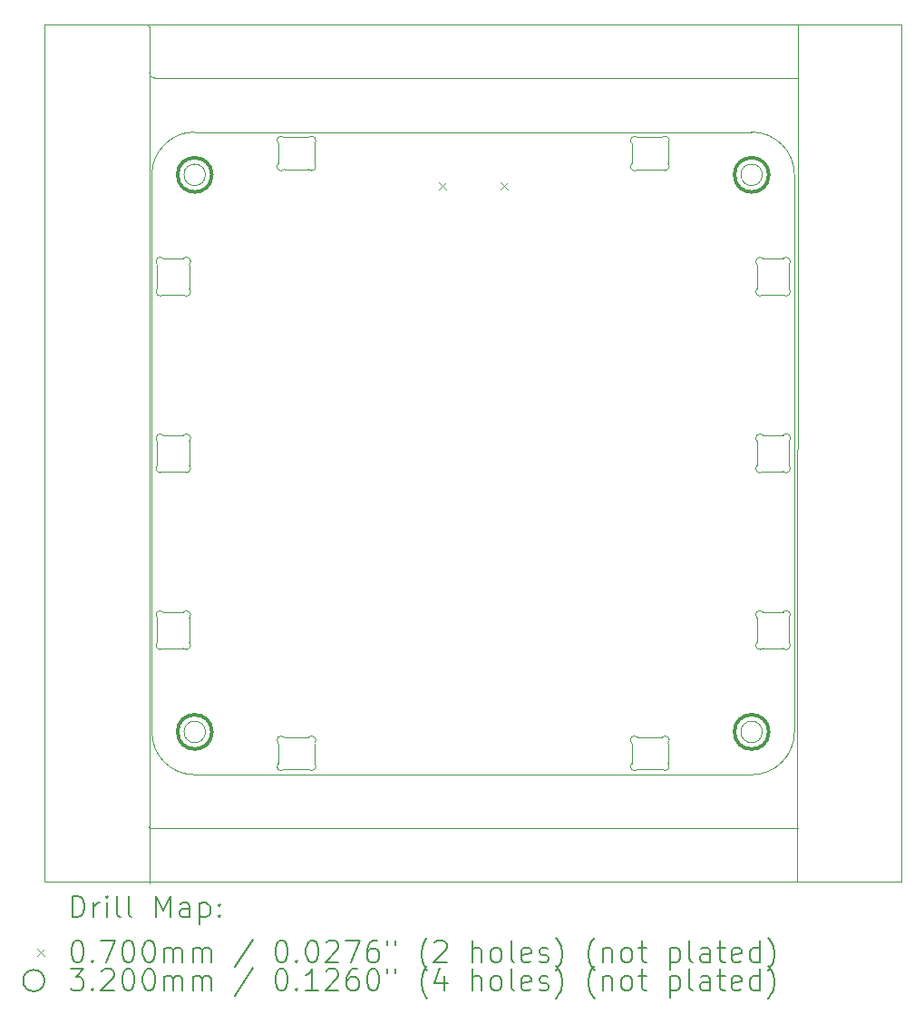
<source format=gbr>
%TF.GenerationSoftware,KiCad,Pcbnew,8.0.7*%
%TF.CreationDate,2025-03-27T17:00:37+01:00*%
%TF.ProjectId,7-REV1B,372d5245-5631-4422-9e6b-696361645f70,rev?*%
%TF.SameCoordinates,Original*%
%TF.FileFunction,Drillmap*%
%TF.FilePolarity,Positive*%
%FSLAX45Y45*%
G04 Gerber Fmt 4.5, Leading zero omitted, Abs format (unit mm)*
G04 Created by KiCad (PCBNEW 8.0.7) date 2025-03-27 17:00:37*
%MOMM*%
%LPD*%
G01*
G04 APERTURE LIST*
%ADD10C,0.050000*%
%ADD11C,0.120000*%
%ADD12C,0.200000*%
%ADD13C,0.100000*%
%ADD14C,0.320000*%
G04 APERTURE END LIST*
D10*
X10390000Y-12010000D02*
G75*
G02*
X9990000Y-11610000I0J400000D01*
G01*
X15690000Y-11610000D02*
G75*
G02*
X15490000Y-11610000I-100000J0D01*
G01*
X15490000Y-11610000D02*
G75*
G02*
X15690000Y-11610000I100000J0D01*
G01*
X10490000Y-6410000D02*
G75*
G02*
X10290000Y-6410000I-100000J0D01*
G01*
X10290000Y-6410000D02*
G75*
G02*
X10490000Y-6410000I100000J0D01*
G01*
X10490000Y-11610000D02*
G75*
G02*
X10290000Y-11610000I-100000J0D01*
G01*
X10290000Y-11610000D02*
G75*
G02*
X10490000Y-11610000I100000J0D01*
G01*
X15990000Y-11610000D02*
G75*
G02*
X15590000Y-12010000I-400000J0D01*
G01*
X10390000Y-12010000D02*
X15590000Y-12010000D01*
X15690000Y-6410000D02*
G75*
G02*
X15490000Y-6410000I-100000J0D01*
G01*
X15490000Y-6410000D02*
G75*
G02*
X15690000Y-6410000I100000J0D01*
G01*
X9965000Y-5025000D02*
X9965000Y-13025000D01*
X16990000Y-6410000D02*
X16990000Y-11610000D01*
X8990000Y-5010000D02*
X16990000Y-5010000D01*
X10015000Y-5505000D02*
X16015000Y-5510000D01*
X16990000Y-5010000D02*
X16990000Y-6410000D01*
X16990000Y-11610000D02*
X16990000Y-13010000D01*
X8990000Y-13010000D02*
X16990000Y-13010000D01*
X16020000Y-5010000D02*
X16015000Y-13010000D01*
X9986708Y-12510657D02*
X16025000Y-12510657D01*
X8990000Y-5010000D02*
X8990000Y-6410000D01*
X8990000Y-6410000D02*
X8990000Y-11610000D01*
X8990000Y-11610000D02*
X8990000Y-13010000D01*
X9990000Y-6410000D02*
X9990000Y-11610000D01*
X9965000Y-5025807D02*
G75*
G02*
X9967498Y-5010008I0J8097D01*
G01*
X9986708Y-12510657D02*
G75*
G02*
X9965000Y-12497240I-6708J13417D01*
G01*
X10015000Y-5505000D02*
G75*
G02*
X9965088Y-5456632I-2410J47450D01*
G01*
X15990000Y-11610000D02*
X15990000Y-6410000D01*
X15590000Y-6010000D02*
G75*
G02*
X15990000Y-6410000I0J-400000D01*
G01*
X9990000Y-6410000D02*
G75*
G02*
X10390000Y-6010000I400000J0D01*
G01*
X10390000Y-6010000D02*
X15590000Y-6010000D01*
D11*
X11170000Y-6303431D02*
X11170000Y-6116569D01*
X11226569Y-6060000D02*
X11453431Y-6060000D01*
X11453431Y-6360000D02*
X11226569Y-6360000D01*
X11510000Y-6116569D02*
X11510000Y-6303431D01*
X11170000Y-6116569D02*
G75*
G02*
X11226569Y-6060000I28284J28284D01*
G01*
X11226569Y-6360000D02*
G75*
G02*
X11170000Y-6303431I-28284J28284D01*
G01*
X11453431Y-6060000D02*
G75*
G02*
X11510000Y-6116569I28284J-28284D01*
G01*
X11510000Y-6303431D02*
G75*
G02*
X11453431Y-6360000I-28284J-28284D01*
G01*
X14470000Y-11903431D02*
X14470000Y-11716569D01*
X14526569Y-11660000D02*
X14753431Y-11660000D01*
X14753431Y-11960000D02*
X14526569Y-11960000D01*
X14810000Y-11716569D02*
X14810000Y-11903431D01*
X14470000Y-11716569D02*
G75*
G02*
X14526569Y-11660000I28284J28284D01*
G01*
X14526569Y-11960000D02*
G75*
G02*
X14470000Y-11903431I-28284J28284D01*
G01*
X14753431Y-11660000D02*
G75*
G02*
X14810000Y-11716569I28284J-28284D01*
G01*
X14810000Y-11903431D02*
G75*
G02*
X14753431Y-11960000I-28284J-28284D01*
G01*
X10040000Y-10773431D02*
X10040000Y-10546569D01*
X10096569Y-10490000D02*
X10283431Y-10490000D01*
X10283431Y-10830000D02*
X10096569Y-10830000D01*
X10340000Y-10546569D02*
X10340000Y-10773431D01*
X10040000Y-10546569D02*
G75*
G02*
X10096569Y-10490000I28284J28284D01*
G01*
X10096569Y-10830000D02*
G75*
G02*
X10040000Y-10773431I-28284J28284D01*
G01*
X10283431Y-10490000D02*
G75*
G02*
X10340000Y-10546569I28284J-28284D01*
G01*
X10340000Y-10773431D02*
G75*
G02*
X10283431Y-10830000I-28284J-28284D01*
G01*
X14470000Y-6303431D02*
X14470000Y-6116569D01*
X14526569Y-6060000D02*
X14753431Y-6060000D01*
X14753431Y-6360000D02*
X14526569Y-6360000D01*
X14810000Y-6116569D02*
X14810000Y-6303431D01*
X14470000Y-6116569D02*
G75*
G02*
X14526569Y-6060000I28284J28284D01*
G01*
X14526569Y-6360000D02*
G75*
G02*
X14470000Y-6303431I-28284J28284D01*
G01*
X14753431Y-6060000D02*
G75*
G02*
X14810000Y-6116569I28284J-28284D01*
G01*
X14810000Y-6303431D02*
G75*
G02*
X14753431Y-6360000I-28284J-28284D01*
G01*
X15640000Y-7473431D02*
X15640000Y-7246569D01*
X15696569Y-7190000D02*
X15883431Y-7190000D01*
X15883431Y-7530000D02*
X15696569Y-7530000D01*
X15940000Y-7246569D02*
X15940000Y-7473431D01*
X15640000Y-7246569D02*
G75*
G02*
X15696569Y-7190000I28284J28284D01*
G01*
X15696569Y-7530000D02*
G75*
G02*
X15640000Y-7473431I-28284J28284D01*
G01*
X15883431Y-7190000D02*
G75*
G02*
X15940000Y-7246569I28284J-28284D01*
G01*
X15940000Y-7473431D02*
G75*
G02*
X15883431Y-7530000I-28284J-28284D01*
G01*
X11170000Y-11903431D02*
X11170000Y-11716569D01*
X11226569Y-11660000D02*
X11453431Y-11660000D01*
X11453431Y-11960000D02*
X11226569Y-11960000D01*
X11510000Y-11716569D02*
X11510000Y-11903431D01*
X11170000Y-11716569D02*
G75*
G02*
X11226569Y-11660000I28284J28284D01*
G01*
X11226569Y-11960000D02*
G75*
G02*
X11170000Y-11903431I-28284J28284D01*
G01*
X11453431Y-11660000D02*
G75*
G02*
X11510000Y-11716569I28284J-28284D01*
G01*
X11510000Y-11903431D02*
G75*
G02*
X11453431Y-11960000I-28284J-28284D01*
G01*
X10040000Y-7473431D02*
X10040000Y-7246569D01*
X10096569Y-7190000D02*
X10283431Y-7190000D01*
X10283431Y-7530000D02*
X10096569Y-7530000D01*
X10340000Y-7246569D02*
X10340000Y-7473431D01*
X10040000Y-7246569D02*
G75*
G02*
X10096569Y-7190000I28284J28284D01*
G01*
X10096569Y-7530000D02*
G75*
G02*
X10040000Y-7473431I-28284J28284D01*
G01*
X10283431Y-7190000D02*
G75*
G02*
X10340000Y-7246569I28284J-28284D01*
G01*
X10340000Y-7473431D02*
G75*
G02*
X10283431Y-7530000I-28284J-28284D01*
G01*
X10040000Y-9123431D02*
X10040000Y-8896569D01*
X10096569Y-8840000D02*
X10283431Y-8840000D01*
X10283431Y-9180000D02*
X10096569Y-9180000D01*
X10340000Y-8896569D02*
X10340000Y-9123431D01*
X10040000Y-8896569D02*
G75*
G02*
X10096569Y-8840000I28284J28284D01*
G01*
X10096569Y-9180000D02*
G75*
G02*
X10040000Y-9123431I-28284J28284D01*
G01*
X10283431Y-8840000D02*
G75*
G02*
X10340000Y-8896569I28284J-28284D01*
G01*
X10340000Y-9123431D02*
G75*
G02*
X10283431Y-9180000I-28284J-28284D01*
G01*
X15640000Y-10773431D02*
X15640000Y-10546569D01*
X15696569Y-10490000D02*
X15883431Y-10490000D01*
X15883431Y-10830000D02*
X15696569Y-10830000D01*
X15940000Y-10546569D02*
X15940000Y-10773431D01*
X15640000Y-10546569D02*
G75*
G02*
X15696569Y-10490000I28284J28284D01*
G01*
X15696569Y-10830000D02*
G75*
G02*
X15640000Y-10773431I-28284J28284D01*
G01*
X15883431Y-10490000D02*
G75*
G02*
X15940000Y-10546569I28284J-28284D01*
G01*
X15940000Y-10773431D02*
G75*
G02*
X15883431Y-10830000I-28284J-28284D01*
G01*
X15640000Y-9123431D02*
X15640000Y-8896569D01*
X15696569Y-8840000D02*
X15883431Y-8840000D01*
X15883431Y-9180000D02*
X15696569Y-9180000D01*
X15940000Y-8896569D02*
X15940000Y-9123431D01*
X15640000Y-8896569D02*
G75*
G02*
X15696569Y-8840000I28284J28284D01*
G01*
X15696569Y-9180000D02*
G75*
G02*
X15640000Y-9123431I-28284J28284D01*
G01*
X15883431Y-8840000D02*
G75*
G02*
X15940000Y-8896569I28284J-28284D01*
G01*
X15940000Y-9123431D02*
G75*
G02*
X15883431Y-9180000I-28284J-28284D01*
G01*
D12*
D13*
X12666000Y-6480000D02*
X12736000Y-6550000D01*
X12736000Y-6480000D02*
X12666000Y-6550000D01*
X13244000Y-6480000D02*
X13314000Y-6550000D01*
X13314000Y-6480000D02*
X13244000Y-6550000D01*
D14*
X10550000Y-6410000D02*
G75*
G02*
X10230000Y-6410000I-160000J0D01*
G01*
X10230000Y-6410000D02*
G75*
G02*
X10550000Y-6410000I160000J0D01*
G01*
X10550000Y-11610000D02*
G75*
G02*
X10230000Y-11610000I-160000J0D01*
G01*
X10230000Y-11610000D02*
G75*
G02*
X10550000Y-11610000I160000J0D01*
G01*
X15750000Y-6410000D02*
G75*
G02*
X15430000Y-6410000I-160000J0D01*
G01*
X15430000Y-6410000D02*
G75*
G02*
X15750000Y-6410000I160000J0D01*
G01*
X15750000Y-11610000D02*
G75*
G02*
X15430000Y-11610000I-160000J0D01*
G01*
X15430000Y-11610000D02*
G75*
G02*
X15750000Y-11610000I160000J0D01*
G01*
D12*
X9248277Y-13338984D02*
X9248277Y-13138984D01*
X9248277Y-13138984D02*
X9295896Y-13138984D01*
X9295896Y-13138984D02*
X9324467Y-13148508D01*
X9324467Y-13148508D02*
X9343515Y-13167555D01*
X9343515Y-13167555D02*
X9353039Y-13186603D01*
X9353039Y-13186603D02*
X9362563Y-13224698D01*
X9362563Y-13224698D02*
X9362563Y-13253269D01*
X9362563Y-13253269D02*
X9353039Y-13291365D01*
X9353039Y-13291365D02*
X9343515Y-13310412D01*
X9343515Y-13310412D02*
X9324467Y-13329460D01*
X9324467Y-13329460D02*
X9295896Y-13338984D01*
X9295896Y-13338984D02*
X9248277Y-13338984D01*
X9448277Y-13338984D02*
X9448277Y-13205650D01*
X9448277Y-13243746D02*
X9457801Y-13224698D01*
X9457801Y-13224698D02*
X9467324Y-13215174D01*
X9467324Y-13215174D02*
X9486372Y-13205650D01*
X9486372Y-13205650D02*
X9505420Y-13205650D01*
X9572086Y-13338984D02*
X9572086Y-13205650D01*
X9572086Y-13138984D02*
X9562563Y-13148508D01*
X9562563Y-13148508D02*
X9572086Y-13158031D01*
X9572086Y-13158031D02*
X9581610Y-13148508D01*
X9581610Y-13148508D02*
X9572086Y-13138984D01*
X9572086Y-13138984D02*
X9572086Y-13158031D01*
X9695896Y-13338984D02*
X9676848Y-13329460D01*
X9676848Y-13329460D02*
X9667324Y-13310412D01*
X9667324Y-13310412D02*
X9667324Y-13138984D01*
X9800658Y-13338984D02*
X9781610Y-13329460D01*
X9781610Y-13329460D02*
X9772086Y-13310412D01*
X9772086Y-13310412D02*
X9772086Y-13138984D01*
X10029229Y-13338984D02*
X10029229Y-13138984D01*
X10029229Y-13138984D02*
X10095896Y-13281841D01*
X10095896Y-13281841D02*
X10162563Y-13138984D01*
X10162563Y-13138984D02*
X10162563Y-13338984D01*
X10343515Y-13338984D02*
X10343515Y-13234222D01*
X10343515Y-13234222D02*
X10333991Y-13215174D01*
X10333991Y-13215174D02*
X10314944Y-13205650D01*
X10314944Y-13205650D02*
X10276848Y-13205650D01*
X10276848Y-13205650D02*
X10257801Y-13215174D01*
X10343515Y-13329460D02*
X10324467Y-13338984D01*
X10324467Y-13338984D02*
X10276848Y-13338984D01*
X10276848Y-13338984D02*
X10257801Y-13329460D01*
X10257801Y-13329460D02*
X10248277Y-13310412D01*
X10248277Y-13310412D02*
X10248277Y-13291365D01*
X10248277Y-13291365D02*
X10257801Y-13272317D01*
X10257801Y-13272317D02*
X10276848Y-13262793D01*
X10276848Y-13262793D02*
X10324467Y-13262793D01*
X10324467Y-13262793D02*
X10343515Y-13253269D01*
X10438753Y-13205650D02*
X10438753Y-13405650D01*
X10438753Y-13215174D02*
X10457801Y-13205650D01*
X10457801Y-13205650D02*
X10495896Y-13205650D01*
X10495896Y-13205650D02*
X10514944Y-13215174D01*
X10514944Y-13215174D02*
X10524467Y-13224698D01*
X10524467Y-13224698D02*
X10533991Y-13243746D01*
X10533991Y-13243746D02*
X10533991Y-13300888D01*
X10533991Y-13300888D02*
X10524467Y-13319936D01*
X10524467Y-13319936D02*
X10514944Y-13329460D01*
X10514944Y-13329460D02*
X10495896Y-13338984D01*
X10495896Y-13338984D02*
X10457801Y-13338984D01*
X10457801Y-13338984D02*
X10438753Y-13329460D01*
X10619705Y-13319936D02*
X10629229Y-13329460D01*
X10629229Y-13329460D02*
X10619705Y-13338984D01*
X10619705Y-13338984D02*
X10610182Y-13329460D01*
X10610182Y-13329460D02*
X10619705Y-13319936D01*
X10619705Y-13319936D02*
X10619705Y-13338984D01*
X10619705Y-13215174D02*
X10629229Y-13224698D01*
X10629229Y-13224698D02*
X10619705Y-13234222D01*
X10619705Y-13234222D02*
X10610182Y-13224698D01*
X10610182Y-13224698D02*
X10619705Y-13215174D01*
X10619705Y-13215174D02*
X10619705Y-13234222D01*
D13*
X8917500Y-13632500D02*
X8987500Y-13702500D01*
X8987500Y-13632500D02*
X8917500Y-13702500D01*
D12*
X9286372Y-13558984D02*
X9305420Y-13558984D01*
X9305420Y-13558984D02*
X9324467Y-13568508D01*
X9324467Y-13568508D02*
X9333991Y-13578031D01*
X9333991Y-13578031D02*
X9343515Y-13597079D01*
X9343515Y-13597079D02*
X9353039Y-13635174D01*
X9353039Y-13635174D02*
X9353039Y-13682793D01*
X9353039Y-13682793D02*
X9343515Y-13720888D01*
X9343515Y-13720888D02*
X9333991Y-13739936D01*
X9333991Y-13739936D02*
X9324467Y-13749460D01*
X9324467Y-13749460D02*
X9305420Y-13758984D01*
X9305420Y-13758984D02*
X9286372Y-13758984D01*
X9286372Y-13758984D02*
X9267324Y-13749460D01*
X9267324Y-13749460D02*
X9257801Y-13739936D01*
X9257801Y-13739936D02*
X9248277Y-13720888D01*
X9248277Y-13720888D02*
X9238753Y-13682793D01*
X9238753Y-13682793D02*
X9238753Y-13635174D01*
X9238753Y-13635174D02*
X9248277Y-13597079D01*
X9248277Y-13597079D02*
X9257801Y-13578031D01*
X9257801Y-13578031D02*
X9267324Y-13568508D01*
X9267324Y-13568508D02*
X9286372Y-13558984D01*
X9438753Y-13739936D02*
X9448277Y-13749460D01*
X9448277Y-13749460D02*
X9438753Y-13758984D01*
X9438753Y-13758984D02*
X9429229Y-13749460D01*
X9429229Y-13749460D02*
X9438753Y-13739936D01*
X9438753Y-13739936D02*
X9438753Y-13758984D01*
X9514944Y-13558984D02*
X9648277Y-13558984D01*
X9648277Y-13558984D02*
X9562563Y-13758984D01*
X9762563Y-13558984D02*
X9781610Y-13558984D01*
X9781610Y-13558984D02*
X9800658Y-13568508D01*
X9800658Y-13568508D02*
X9810182Y-13578031D01*
X9810182Y-13578031D02*
X9819705Y-13597079D01*
X9819705Y-13597079D02*
X9829229Y-13635174D01*
X9829229Y-13635174D02*
X9829229Y-13682793D01*
X9829229Y-13682793D02*
X9819705Y-13720888D01*
X9819705Y-13720888D02*
X9810182Y-13739936D01*
X9810182Y-13739936D02*
X9800658Y-13749460D01*
X9800658Y-13749460D02*
X9781610Y-13758984D01*
X9781610Y-13758984D02*
X9762563Y-13758984D01*
X9762563Y-13758984D02*
X9743515Y-13749460D01*
X9743515Y-13749460D02*
X9733991Y-13739936D01*
X9733991Y-13739936D02*
X9724467Y-13720888D01*
X9724467Y-13720888D02*
X9714944Y-13682793D01*
X9714944Y-13682793D02*
X9714944Y-13635174D01*
X9714944Y-13635174D02*
X9724467Y-13597079D01*
X9724467Y-13597079D02*
X9733991Y-13578031D01*
X9733991Y-13578031D02*
X9743515Y-13568508D01*
X9743515Y-13568508D02*
X9762563Y-13558984D01*
X9953039Y-13558984D02*
X9972086Y-13558984D01*
X9972086Y-13558984D02*
X9991134Y-13568508D01*
X9991134Y-13568508D02*
X10000658Y-13578031D01*
X10000658Y-13578031D02*
X10010182Y-13597079D01*
X10010182Y-13597079D02*
X10019705Y-13635174D01*
X10019705Y-13635174D02*
X10019705Y-13682793D01*
X10019705Y-13682793D02*
X10010182Y-13720888D01*
X10010182Y-13720888D02*
X10000658Y-13739936D01*
X10000658Y-13739936D02*
X9991134Y-13749460D01*
X9991134Y-13749460D02*
X9972086Y-13758984D01*
X9972086Y-13758984D02*
X9953039Y-13758984D01*
X9953039Y-13758984D02*
X9933991Y-13749460D01*
X9933991Y-13749460D02*
X9924467Y-13739936D01*
X9924467Y-13739936D02*
X9914944Y-13720888D01*
X9914944Y-13720888D02*
X9905420Y-13682793D01*
X9905420Y-13682793D02*
X9905420Y-13635174D01*
X9905420Y-13635174D02*
X9914944Y-13597079D01*
X9914944Y-13597079D02*
X9924467Y-13578031D01*
X9924467Y-13578031D02*
X9933991Y-13568508D01*
X9933991Y-13568508D02*
X9953039Y-13558984D01*
X10105420Y-13758984D02*
X10105420Y-13625650D01*
X10105420Y-13644698D02*
X10114944Y-13635174D01*
X10114944Y-13635174D02*
X10133991Y-13625650D01*
X10133991Y-13625650D02*
X10162563Y-13625650D01*
X10162563Y-13625650D02*
X10181610Y-13635174D01*
X10181610Y-13635174D02*
X10191134Y-13654222D01*
X10191134Y-13654222D02*
X10191134Y-13758984D01*
X10191134Y-13654222D02*
X10200658Y-13635174D01*
X10200658Y-13635174D02*
X10219705Y-13625650D01*
X10219705Y-13625650D02*
X10248277Y-13625650D01*
X10248277Y-13625650D02*
X10267325Y-13635174D01*
X10267325Y-13635174D02*
X10276848Y-13654222D01*
X10276848Y-13654222D02*
X10276848Y-13758984D01*
X10372086Y-13758984D02*
X10372086Y-13625650D01*
X10372086Y-13644698D02*
X10381610Y-13635174D01*
X10381610Y-13635174D02*
X10400658Y-13625650D01*
X10400658Y-13625650D02*
X10429229Y-13625650D01*
X10429229Y-13625650D02*
X10448277Y-13635174D01*
X10448277Y-13635174D02*
X10457801Y-13654222D01*
X10457801Y-13654222D02*
X10457801Y-13758984D01*
X10457801Y-13654222D02*
X10467325Y-13635174D01*
X10467325Y-13635174D02*
X10486372Y-13625650D01*
X10486372Y-13625650D02*
X10514944Y-13625650D01*
X10514944Y-13625650D02*
X10533991Y-13635174D01*
X10533991Y-13635174D02*
X10543515Y-13654222D01*
X10543515Y-13654222D02*
X10543515Y-13758984D01*
X10933991Y-13549460D02*
X10762563Y-13806603D01*
X11191134Y-13558984D02*
X11210182Y-13558984D01*
X11210182Y-13558984D02*
X11229229Y-13568508D01*
X11229229Y-13568508D02*
X11238753Y-13578031D01*
X11238753Y-13578031D02*
X11248277Y-13597079D01*
X11248277Y-13597079D02*
X11257801Y-13635174D01*
X11257801Y-13635174D02*
X11257801Y-13682793D01*
X11257801Y-13682793D02*
X11248277Y-13720888D01*
X11248277Y-13720888D02*
X11238753Y-13739936D01*
X11238753Y-13739936D02*
X11229229Y-13749460D01*
X11229229Y-13749460D02*
X11210182Y-13758984D01*
X11210182Y-13758984D02*
X11191134Y-13758984D01*
X11191134Y-13758984D02*
X11172087Y-13749460D01*
X11172087Y-13749460D02*
X11162563Y-13739936D01*
X11162563Y-13739936D02*
X11153039Y-13720888D01*
X11153039Y-13720888D02*
X11143515Y-13682793D01*
X11143515Y-13682793D02*
X11143515Y-13635174D01*
X11143515Y-13635174D02*
X11153039Y-13597079D01*
X11153039Y-13597079D02*
X11162563Y-13578031D01*
X11162563Y-13578031D02*
X11172087Y-13568508D01*
X11172087Y-13568508D02*
X11191134Y-13558984D01*
X11343515Y-13739936D02*
X11353039Y-13749460D01*
X11353039Y-13749460D02*
X11343515Y-13758984D01*
X11343515Y-13758984D02*
X11333991Y-13749460D01*
X11333991Y-13749460D02*
X11343515Y-13739936D01*
X11343515Y-13739936D02*
X11343515Y-13758984D01*
X11476848Y-13558984D02*
X11495896Y-13558984D01*
X11495896Y-13558984D02*
X11514944Y-13568508D01*
X11514944Y-13568508D02*
X11524467Y-13578031D01*
X11524467Y-13578031D02*
X11533991Y-13597079D01*
X11533991Y-13597079D02*
X11543515Y-13635174D01*
X11543515Y-13635174D02*
X11543515Y-13682793D01*
X11543515Y-13682793D02*
X11533991Y-13720888D01*
X11533991Y-13720888D02*
X11524467Y-13739936D01*
X11524467Y-13739936D02*
X11514944Y-13749460D01*
X11514944Y-13749460D02*
X11495896Y-13758984D01*
X11495896Y-13758984D02*
X11476848Y-13758984D01*
X11476848Y-13758984D02*
X11457801Y-13749460D01*
X11457801Y-13749460D02*
X11448277Y-13739936D01*
X11448277Y-13739936D02*
X11438753Y-13720888D01*
X11438753Y-13720888D02*
X11429229Y-13682793D01*
X11429229Y-13682793D02*
X11429229Y-13635174D01*
X11429229Y-13635174D02*
X11438753Y-13597079D01*
X11438753Y-13597079D02*
X11448277Y-13578031D01*
X11448277Y-13578031D02*
X11457801Y-13568508D01*
X11457801Y-13568508D02*
X11476848Y-13558984D01*
X11619706Y-13578031D02*
X11629229Y-13568508D01*
X11629229Y-13568508D02*
X11648277Y-13558984D01*
X11648277Y-13558984D02*
X11695896Y-13558984D01*
X11695896Y-13558984D02*
X11714944Y-13568508D01*
X11714944Y-13568508D02*
X11724467Y-13578031D01*
X11724467Y-13578031D02*
X11733991Y-13597079D01*
X11733991Y-13597079D02*
X11733991Y-13616127D01*
X11733991Y-13616127D02*
X11724467Y-13644698D01*
X11724467Y-13644698D02*
X11610182Y-13758984D01*
X11610182Y-13758984D02*
X11733991Y-13758984D01*
X11800658Y-13558984D02*
X11933991Y-13558984D01*
X11933991Y-13558984D02*
X11848277Y-13758984D01*
X12095896Y-13558984D02*
X12057801Y-13558984D01*
X12057801Y-13558984D02*
X12038753Y-13568508D01*
X12038753Y-13568508D02*
X12029229Y-13578031D01*
X12029229Y-13578031D02*
X12010182Y-13606603D01*
X12010182Y-13606603D02*
X12000658Y-13644698D01*
X12000658Y-13644698D02*
X12000658Y-13720888D01*
X12000658Y-13720888D02*
X12010182Y-13739936D01*
X12010182Y-13739936D02*
X12019706Y-13749460D01*
X12019706Y-13749460D02*
X12038753Y-13758984D01*
X12038753Y-13758984D02*
X12076848Y-13758984D01*
X12076848Y-13758984D02*
X12095896Y-13749460D01*
X12095896Y-13749460D02*
X12105420Y-13739936D01*
X12105420Y-13739936D02*
X12114944Y-13720888D01*
X12114944Y-13720888D02*
X12114944Y-13673269D01*
X12114944Y-13673269D02*
X12105420Y-13654222D01*
X12105420Y-13654222D02*
X12095896Y-13644698D01*
X12095896Y-13644698D02*
X12076848Y-13635174D01*
X12076848Y-13635174D02*
X12038753Y-13635174D01*
X12038753Y-13635174D02*
X12019706Y-13644698D01*
X12019706Y-13644698D02*
X12010182Y-13654222D01*
X12010182Y-13654222D02*
X12000658Y-13673269D01*
X12191134Y-13558984D02*
X12191134Y-13597079D01*
X12267325Y-13558984D02*
X12267325Y-13597079D01*
X12562563Y-13835174D02*
X12553039Y-13825650D01*
X12553039Y-13825650D02*
X12533991Y-13797079D01*
X12533991Y-13797079D02*
X12524468Y-13778031D01*
X12524468Y-13778031D02*
X12514944Y-13749460D01*
X12514944Y-13749460D02*
X12505420Y-13701841D01*
X12505420Y-13701841D02*
X12505420Y-13663746D01*
X12505420Y-13663746D02*
X12514944Y-13616127D01*
X12514944Y-13616127D02*
X12524468Y-13587555D01*
X12524468Y-13587555D02*
X12533991Y-13568508D01*
X12533991Y-13568508D02*
X12553039Y-13539936D01*
X12553039Y-13539936D02*
X12562563Y-13530412D01*
X12629229Y-13578031D02*
X12638753Y-13568508D01*
X12638753Y-13568508D02*
X12657801Y-13558984D01*
X12657801Y-13558984D02*
X12705420Y-13558984D01*
X12705420Y-13558984D02*
X12724468Y-13568508D01*
X12724468Y-13568508D02*
X12733991Y-13578031D01*
X12733991Y-13578031D02*
X12743515Y-13597079D01*
X12743515Y-13597079D02*
X12743515Y-13616127D01*
X12743515Y-13616127D02*
X12733991Y-13644698D01*
X12733991Y-13644698D02*
X12619706Y-13758984D01*
X12619706Y-13758984D02*
X12743515Y-13758984D01*
X12981610Y-13758984D02*
X12981610Y-13558984D01*
X13067325Y-13758984D02*
X13067325Y-13654222D01*
X13067325Y-13654222D02*
X13057801Y-13635174D01*
X13057801Y-13635174D02*
X13038753Y-13625650D01*
X13038753Y-13625650D02*
X13010182Y-13625650D01*
X13010182Y-13625650D02*
X12991134Y-13635174D01*
X12991134Y-13635174D02*
X12981610Y-13644698D01*
X13191134Y-13758984D02*
X13172087Y-13749460D01*
X13172087Y-13749460D02*
X13162563Y-13739936D01*
X13162563Y-13739936D02*
X13153039Y-13720888D01*
X13153039Y-13720888D02*
X13153039Y-13663746D01*
X13153039Y-13663746D02*
X13162563Y-13644698D01*
X13162563Y-13644698D02*
X13172087Y-13635174D01*
X13172087Y-13635174D02*
X13191134Y-13625650D01*
X13191134Y-13625650D02*
X13219706Y-13625650D01*
X13219706Y-13625650D02*
X13238753Y-13635174D01*
X13238753Y-13635174D02*
X13248277Y-13644698D01*
X13248277Y-13644698D02*
X13257801Y-13663746D01*
X13257801Y-13663746D02*
X13257801Y-13720888D01*
X13257801Y-13720888D02*
X13248277Y-13739936D01*
X13248277Y-13739936D02*
X13238753Y-13749460D01*
X13238753Y-13749460D02*
X13219706Y-13758984D01*
X13219706Y-13758984D02*
X13191134Y-13758984D01*
X13372087Y-13758984D02*
X13353039Y-13749460D01*
X13353039Y-13749460D02*
X13343515Y-13730412D01*
X13343515Y-13730412D02*
X13343515Y-13558984D01*
X13524468Y-13749460D02*
X13505420Y-13758984D01*
X13505420Y-13758984D02*
X13467325Y-13758984D01*
X13467325Y-13758984D02*
X13448277Y-13749460D01*
X13448277Y-13749460D02*
X13438753Y-13730412D01*
X13438753Y-13730412D02*
X13438753Y-13654222D01*
X13438753Y-13654222D02*
X13448277Y-13635174D01*
X13448277Y-13635174D02*
X13467325Y-13625650D01*
X13467325Y-13625650D02*
X13505420Y-13625650D01*
X13505420Y-13625650D02*
X13524468Y-13635174D01*
X13524468Y-13635174D02*
X13533991Y-13654222D01*
X13533991Y-13654222D02*
X13533991Y-13673269D01*
X13533991Y-13673269D02*
X13438753Y-13692317D01*
X13610182Y-13749460D02*
X13629230Y-13758984D01*
X13629230Y-13758984D02*
X13667325Y-13758984D01*
X13667325Y-13758984D02*
X13686372Y-13749460D01*
X13686372Y-13749460D02*
X13695896Y-13730412D01*
X13695896Y-13730412D02*
X13695896Y-13720888D01*
X13695896Y-13720888D02*
X13686372Y-13701841D01*
X13686372Y-13701841D02*
X13667325Y-13692317D01*
X13667325Y-13692317D02*
X13638753Y-13692317D01*
X13638753Y-13692317D02*
X13619706Y-13682793D01*
X13619706Y-13682793D02*
X13610182Y-13663746D01*
X13610182Y-13663746D02*
X13610182Y-13654222D01*
X13610182Y-13654222D02*
X13619706Y-13635174D01*
X13619706Y-13635174D02*
X13638753Y-13625650D01*
X13638753Y-13625650D02*
X13667325Y-13625650D01*
X13667325Y-13625650D02*
X13686372Y-13635174D01*
X13762563Y-13835174D02*
X13772087Y-13825650D01*
X13772087Y-13825650D02*
X13791134Y-13797079D01*
X13791134Y-13797079D02*
X13800658Y-13778031D01*
X13800658Y-13778031D02*
X13810182Y-13749460D01*
X13810182Y-13749460D02*
X13819706Y-13701841D01*
X13819706Y-13701841D02*
X13819706Y-13663746D01*
X13819706Y-13663746D02*
X13810182Y-13616127D01*
X13810182Y-13616127D02*
X13800658Y-13587555D01*
X13800658Y-13587555D02*
X13791134Y-13568508D01*
X13791134Y-13568508D02*
X13772087Y-13539936D01*
X13772087Y-13539936D02*
X13762563Y-13530412D01*
X14124468Y-13835174D02*
X14114944Y-13825650D01*
X14114944Y-13825650D02*
X14095896Y-13797079D01*
X14095896Y-13797079D02*
X14086372Y-13778031D01*
X14086372Y-13778031D02*
X14076849Y-13749460D01*
X14076849Y-13749460D02*
X14067325Y-13701841D01*
X14067325Y-13701841D02*
X14067325Y-13663746D01*
X14067325Y-13663746D02*
X14076849Y-13616127D01*
X14076849Y-13616127D02*
X14086372Y-13587555D01*
X14086372Y-13587555D02*
X14095896Y-13568508D01*
X14095896Y-13568508D02*
X14114944Y-13539936D01*
X14114944Y-13539936D02*
X14124468Y-13530412D01*
X14200658Y-13625650D02*
X14200658Y-13758984D01*
X14200658Y-13644698D02*
X14210182Y-13635174D01*
X14210182Y-13635174D02*
X14229230Y-13625650D01*
X14229230Y-13625650D02*
X14257801Y-13625650D01*
X14257801Y-13625650D02*
X14276849Y-13635174D01*
X14276849Y-13635174D02*
X14286372Y-13654222D01*
X14286372Y-13654222D02*
X14286372Y-13758984D01*
X14410182Y-13758984D02*
X14391134Y-13749460D01*
X14391134Y-13749460D02*
X14381611Y-13739936D01*
X14381611Y-13739936D02*
X14372087Y-13720888D01*
X14372087Y-13720888D02*
X14372087Y-13663746D01*
X14372087Y-13663746D02*
X14381611Y-13644698D01*
X14381611Y-13644698D02*
X14391134Y-13635174D01*
X14391134Y-13635174D02*
X14410182Y-13625650D01*
X14410182Y-13625650D02*
X14438753Y-13625650D01*
X14438753Y-13625650D02*
X14457801Y-13635174D01*
X14457801Y-13635174D02*
X14467325Y-13644698D01*
X14467325Y-13644698D02*
X14476849Y-13663746D01*
X14476849Y-13663746D02*
X14476849Y-13720888D01*
X14476849Y-13720888D02*
X14467325Y-13739936D01*
X14467325Y-13739936D02*
X14457801Y-13749460D01*
X14457801Y-13749460D02*
X14438753Y-13758984D01*
X14438753Y-13758984D02*
X14410182Y-13758984D01*
X14533992Y-13625650D02*
X14610182Y-13625650D01*
X14562563Y-13558984D02*
X14562563Y-13730412D01*
X14562563Y-13730412D02*
X14572087Y-13749460D01*
X14572087Y-13749460D02*
X14591134Y-13758984D01*
X14591134Y-13758984D02*
X14610182Y-13758984D01*
X14829230Y-13625650D02*
X14829230Y-13825650D01*
X14829230Y-13635174D02*
X14848277Y-13625650D01*
X14848277Y-13625650D02*
X14886373Y-13625650D01*
X14886373Y-13625650D02*
X14905420Y-13635174D01*
X14905420Y-13635174D02*
X14914944Y-13644698D01*
X14914944Y-13644698D02*
X14924468Y-13663746D01*
X14924468Y-13663746D02*
X14924468Y-13720888D01*
X14924468Y-13720888D02*
X14914944Y-13739936D01*
X14914944Y-13739936D02*
X14905420Y-13749460D01*
X14905420Y-13749460D02*
X14886373Y-13758984D01*
X14886373Y-13758984D02*
X14848277Y-13758984D01*
X14848277Y-13758984D02*
X14829230Y-13749460D01*
X15038753Y-13758984D02*
X15019706Y-13749460D01*
X15019706Y-13749460D02*
X15010182Y-13730412D01*
X15010182Y-13730412D02*
X15010182Y-13558984D01*
X15200658Y-13758984D02*
X15200658Y-13654222D01*
X15200658Y-13654222D02*
X15191134Y-13635174D01*
X15191134Y-13635174D02*
X15172087Y-13625650D01*
X15172087Y-13625650D02*
X15133992Y-13625650D01*
X15133992Y-13625650D02*
X15114944Y-13635174D01*
X15200658Y-13749460D02*
X15181611Y-13758984D01*
X15181611Y-13758984D02*
X15133992Y-13758984D01*
X15133992Y-13758984D02*
X15114944Y-13749460D01*
X15114944Y-13749460D02*
X15105420Y-13730412D01*
X15105420Y-13730412D02*
X15105420Y-13711365D01*
X15105420Y-13711365D02*
X15114944Y-13692317D01*
X15114944Y-13692317D02*
X15133992Y-13682793D01*
X15133992Y-13682793D02*
X15181611Y-13682793D01*
X15181611Y-13682793D02*
X15200658Y-13673269D01*
X15267325Y-13625650D02*
X15343515Y-13625650D01*
X15295896Y-13558984D02*
X15295896Y-13730412D01*
X15295896Y-13730412D02*
X15305420Y-13749460D01*
X15305420Y-13749460D02*
X15324468Y-13758984D01*
X15324468Y-13758984D02*
X15343515Y-13758984D01*
X15486373Y-13749460D02*
X15467325Y-13758984D01*
X15467325Y-13758984D02*
X15429230Y-13758984D01*
X15429230Y-13758984D02*
X15410182Y-13749460D01*
X15410182Y-13749460D02*
X15400658Y-13730412D01*
X15400658Y-13730412D02*
X15400658Y-13654222D01*
X15400658Y-13654222D02*
X15410182Y-13635174D01*
X15410182Y-13635174D02*
X15429230Y-13625650D01*
X15429230Y-13625650D02*
X15467325Y-13625650D01*
X15467325Y-13625650D02*
X15486373Y-13635174D01*
X15486373Y-13635174D02*
X15495896Y-13654222D01*
X15495896Y-13654222D02*
X15495896Y-13673269D01*
X15495896Y-13673269D02*
X15400658Y-13692317D01*
X15667325Y-13758984D02*
X15667325Y-13558984D01*
X15667325Y-13749460D02*
X15648277Y-13758984D01*
X15648277Y-13758984D02*
X15610182Y-13758984D01*
X15610182Y-13758984D02*
X15591134Y-13749460D01*
X15591134Y-13749460D02*
X15581611Y-13739936D01*
X15581611Y-13739936D02*
X15572087Y-13720888D01*
X15572087Y-13720888D02*
X15572087Y-13663746D01*
X15572087Y-13663746D02*
X15581611Y-13644698D01*
X15581611Y-13644698D02*
X15591134Y-13635174D01*
X15591134Y-13635174D02*
X15610182Y-13625650D01*
X15610182Y-13625650D02*
X15648277Y-13625650D01*
X15648277Y-13625650D02*
X15667325Y-13635174D01*
X15743515Y-13835174D02*
X15753039Y-13825650D01*
X15753039Y-13825650D02*
X15772087Y-13797079D01*
X15772087Y-13797079D02*
X15781611Y-13778031D01*
X15781611Y-13778031D02*
X15791134Y-13749460D01*
X15791134Y-13749460D02*
X15800658Y-13701841D01*
X15800658Y-13701841D02*
X15800658Y-13663746D01*
X15800658Y-13663746D02*
X15791134Y-13616127D01*
X15791134Y-13616127D02*
X15781611Y-13587555D01*
X15781611Y-13587555D02*
X15772087Y-13568508D01*
X15772087Y-13568508D02*
X15753039Y-13539936D01*
X15753039Y-13539936D02*
X15743515Y-13530412D01*
X8987500Y-13931500D02*
G75*
G02*
X8787500Y-13931500I-100000J0D01*
G01*
X8787500Y-13931500D02*
G75*
G02*
X8987500Y-13931500I100000J0D01*
G01*
X9229229Y-13822984D02*
X9353039Y-13822984D01*
X9353039Y-13822984D02*
X9286372Y-13899174D01*
X9286372Y-13899174D02*
X9314944Y-13899174D01*
X9314944Y-13899174D02*
X9333991Y-13908698D01*
X9333991Y-13908698D02*
X9343515Y-13918222D01*
X9343515Y-13918222D02*
X9353039Y-13937269D01*
X9353039Y-13937269D02*
X9353039Y-13984888D01*
X9353039Y-13984888D02*
X9343515Y-14003936D01*
X9343515Y-14003936D02*
X9333991Y-14013460D01*
X9333991Y-14013460D02*
X9314944Y-14022984D01*
X9314944Y-14022984D02*
X9257801Y-14022984D01*
X9257801Y-14022984D02*
X9238753Y-14013460D01*
X9238753Y-14013460D02*
X9229229Y-14003936D01*
X9438753Y-14003936D02*
X9448277Y-14013460D01*
X9448277Y-14013460D02*
X9438753Y-14022984D01*
X9438753Y-14022984D02*
X9429229Y-14013460D01*
X9429229Y-14013460D02*
X9438753Y-14003936D01*
X9438753Y-14003936D02*
X9438753Y-14022984D01*
X9524467Y-13842031D02*
X9533991Y-13832508D01*
X9533991Y-13832508D02*
X9553039Y-13822984D01*
X9553039Y-13822984D02*
X9600658Y-13822984D01*
X9600658Y-13822984D02*
X9619705Y-13832508D01*
X9619705Y-13832508D02*
X9629229Y-13842031D01*
X9629229Y-13842031D02*
X9638753Y-13861079D01*
X9638753Y-13861079D02*
X9638753Y-13880127D01*
X9638753Y-13880127D02*
X9629229Y-13908698D01*
X9629229Y-13908698D02*
X9514944Y-14022984D01*
X9514944Y-14022984D02*
X9638753Y-14022984D01*
X9762563Y-13822984D02*
X9781610Y-13822984D01*
X9781610Y-13822984D02*
X9800658Y-13832508D01*
X9800658Y-13832508D02*
X9810182Y-13842031D01*
X9810182Y-13842031D02*
X9819705Y-13861079D01*
X9819705Y-13861079D02*
X9829229Y-13899174D01*
X9829229Y-13899174D02*
X9829229Y-13946793D01*
X9829229Y-13946793D02*
X9819705Y-13984888D01*
X9819705Y-13984888D02*
X9810182Y-14003936D01*
X9810182Y-14003936D02*
X9800658Y-14013460D01*
X9800658Y-14013460D02*
X9781610Y-14022984D01*
X9781610Y-14022984D02*
X9762563Y-14022984D01*
X9762563Y-14022984D02*
X9743515Y-14013460D01*
X9743515Y-14013460D02*
X9733991Y-14003936D01*
X9733991Y-14003936D02*
X9724467Y-13984888D01*
X9724467Y-13984888D02*
X9714944Y-13946793D01*
X9714944Y-13946793D02*
X9714944Y-13899174D01*
X9714944Y-13899174D02*
X9724467Y-13861079D01*
X9724467Y-13861079D02*
X9733991Y-13842031D01*
X9733991Y-13842031D02*
X9743515Y-13832508D01*
X9743515Y-13832508D02*
X9762563Y-13822984D01*
X9953039Y-13822984D02*
X9972086Y-13822984D01*
X9972086Y-13822984D02*
X9991134Y-13832508D01*
X9991134Y-13832508D02*
X10000658Y-13842031D01*
X10000658Y-13842031D02*
X10010182Y-13861079D01*
X10010182Y-13861079D02*
X10019705Y-13899174D01*
X10019705Y-13899174D02*
X10019705Y-13946793D01*
X10019705Y-13946793D02*
X10010182Y-13984888D01*
X10010182Y-13984888D02*
X10000658Y-14003936D01*
X10000658Y-14003936D02*
X9991134Y-14013460D01*
X9991134Y-14013460D02*
X9972086Y-14022984D01*
X9972086Y-14022984D02*
X9953039Y-14022984D01*
X9953039Y-14022984D02*
X9933991Y-14013460D01*
X9933991Y-14013460D02*
X9924467Y-14003936D01*
X9924467Y-14003936D02*
X9914944Y-13984888D01*
X9914944Y-13984888D02*
X9905420Y-13946793D01*
X9905420Y-13946793D02*
X9905420Y-13899174D01*
X9905420Y-13899174D02*
X9914944Y-13861079D01*
X9914944Y-13861079D02*
X9924467Y-13842031D01*
X9924467Y-13842031D02*
X9933991Y-13832508D01*
X9933991Y-13832508D02*
X9953039Y-13822984D01*
X10105420Y-14022984D02*
X10105420Y-13889650D01*
X10105420Y-13908698D02*
X10114944Y-13899174D01*
X10114944Y-13899174D02*
X10133991Y-13889650D01*
X10133991Y-13889650D02*
X10162563Y-13889650D01*
X10162563Y-13889650D02*
X10181610Y-13899174D01*
X10181610Y-13899174D02*
X10191134Y-13918222D01*
X10191134Y-13918222D02*
X10191134Y-14022984D01*
X10191134Y-13918222D02*
X10200658Y-13899174D01*
X10200658Y-13899174D02*
X10219705Y-13889650D01*
X10219705Y-13889650D02*
X10248277Y-13889650D01*
X10248277Y-13889650D02*
X10267325Y-13899174D01*
X10267325Y-13899174D02*
X10276848Y-13918222D01*
X10276848Y-13918222D02*
X10276848Y-14022984D01*
X10372086Y-14022984D02*
X10372086Y-13889650D01*
X10372086Y-13908698D02*
X10381610Y-13899174D01*
X10381610Y-13899174D02*
X10400658Y-13889650D01*
X10400658Y-13889650D02*
X10429229Y-13889650D01*
X10429229Y-13889650D02*
X10448277Y-13899174D01*
X10448277Y-13899174D02*
X10457801Y-13918222D01*
X10457801Y-13918222D02*
X10457801Y-14022984D01*
X10457801Y-13918222D02*
X10467325Y-13899174D01*
X10467325Y-13899174D02*
X10486372Y-13889650D01*
X10486372Y-13889650D02*
X10514944Y-13889650D01*
X10514944Y-13889650D02*
X10533991Y-13899174D01*
X10533991Y-13899174D02*
X10543515Y-13918222D01*
X10543515Y-13918222D02*
X10543515Y-14022984D01*
X10933991Y-13813460D02*
X10762563Y-14070603D01*
X11191134Y-13822984D02*
X11210182Y-13822984D01*
X11210182Y-13822984D02*
X11229229Y-13832508D01*
X11229229Y-13832508D02*
X11238753Y-13842031D01*
X11238753Y-13842031D02*
X11248277Y-13861079D01*
X11248277Y-13861079D02*
X11257801Y-13899174D01*
X11257801Y-13899174D02*
X11257801Y-13946793D01*
X11257801Y-13946793D02*
X11248277Y-13984888D01*
X11248277Y-13984888D02*
X11238753Y-14003936D01*
X11238753Y-14003936D02*
X11229229Y-14013460D01*
X11229229Y-14013460D02*
X11210182Y-14022984D01*
X11210182Y-14022984D02*
X11191134Y-14022984D01*
X11191134Y-14022984D02*
X11172087Y-14013460D01*
X11172087Y-14013460D02*
X11162563Y-14003936D01*
X11162563Y-14003936D02*
X11153039Y-13984888D01*
X11153039Y-13984888D02*
X11143515Y-13946793D01*
X11143515Y-13946793D02*
X11143515Y-13899174D01*
X11143515Y-13899174D02*
X11153039Y-13861079D01*
X11153039Y-13861079D02*
X11162563Y-13842031D01*
X11162563Y-13842031D02*
X11172087Y-13832508D01*
X11172087Y-13832508D02*
X11191134Y-13822984D01*
X11343515Y-14003936D02*
X11353039Y-14013460D01*
X11353039Y-14013460D02*
X11343515Y-14022984D01*
X11343515Y-14022984D02*
X11333991Y-14013460D01*
X11333991Y-14013460D02*
X11343515Y-14003936D01*
X11343515Y-14003936D02*
X11343515Y-14022984D01*
X11543515Y-14022984D02*
X11429229Y-14022984D01*
X11486372Y-14022984D02*
X11486372Y-13822984D01*
X11486372Y-13822984D02*
X11467325Y-13851555D01*
X11467325Y-13851555D02*
X11448277Y-13870603D01*
X11448277Y-13870603D02*
X11429229Y-13880127D01*
X11619706Y-13842031D02*
X11629229Y-13832508D01*
X11629229Y-13832508D02*
X11648277Y-13822984D01*
X11648277Y-13822984D02*
X11695896Y-13822984D01*
X11695896Y-13822984D02*
X11714944Y-13832508D01*
X11714944Y-13832508D02*
X11724467Y-13842031D01*
X11724467Y-13842031D02*
X11733991Y-13861079D01*
X11733991Y-13861079D02*
X11733991Y-13880127D01*
X11733991Y-13880127D02*
X11724467Y-13908698D01*
X11724467Y-13908698D02*
X11610182Y-14022984D01*
X11610182Y-14022984D02*
X11733991Y-14022984D01*
X11905420Y-13822984D02*
X11867325Y-13822984D01*
X11867325Y-13822984D02*
X11848277Y-13832508D01*
X11848277Y-13832508D02*
X11838753Y-13842031D01*
X11838753Y-13842031D02*
X11819706Y-13870603D01*
X11819706Y-13870603D02*
X11810182Y-13908698D01*
X11810182Y-13908698D02*
X11810182Y-13984888D01*
X11810182Y-13984888D02*
X11819706Y-14003936D01*
X11819706Y-14003936D02*
X11829229Y-14013460D01*
X11829229Y-14013460D02*
X11848277Y-14022984D01*
X11848277Y-14022984D02*
X11886372Y-14022984D01*
X11886372Y-14022984D02*
X11905420Y-14013460D01*
X11905420Y-14013460D02*
X11914944Y-14003936D01*
X11914944Y-14003936D02*
X11924467Y-13984888D01*
X11924467Y-13984888D02*
X11924467Y-13937269D01*
X11924467Y-13937269D02*
X11914944Y-13918222D01*
X11914944Y-13918222D02*
X11905420Y-13908698D01*
X11905420Y-13908698D02*
X11886372Y-13899174D01*
X11886372Y-13899174D02*
X11848277Y-13899174D01*
X11848277Y-13899174D02*
X11829229Y-13908698D01*
X11829229Y-13908698D02*
X11819706Y-13918222D01*
X11819706Y-13918222D02*
X11810182Y-13937269D01*
X12048277Y-13822984D02*
X12067325Y-13822984D01*
X12067325Y-13822984D02*
X12086372Y-13832508D01*
X12086372Y-13832508D02*
X12095896Y-13842031D01*
X12095896Y-13842031D02*
X12105420Y-13861079D01*
X12105420Y-13861079D02*
X12114944Y-13899174D01*
X12114944Y-13899174D02*
X12114944Y-13946793D01*
X12114944Y-13946793D02*
X12105420Y-13984888D01*
X12105420Y-13984888D02*
X12095896Y-14003936D01*
X12095896Y-14003936D02*
X12086372Y-14013460D01*
X12086372Y-14013460D02*
X12067325Y-14022984D01*
X12067325Y-14022984D02*
X12048277Y-14022984D01*
X12048277Y-14022984D02*
X12029229Y-14013460D01*
X12029229Y-14013460D02*
X12019706Y-14003936D01*
X12019706Y-14003936D02*
X12010182Y-13984888D01*
X12010182Y-13984888D02*
X12000658Y-13946793D01*
X12000658Y-13946793D02*
X12000658Y-13899174D01*
X12000658Y-13899174D02*
X12010182Y-13861079D01*
X12010182Y-13861079D02*
X12019706Y-13842031D01*
X12019706Y-13842031D02*
X12029229Y-13832508D01*
X12029229Y-13832508D02*
X12048277Y-13822984D01*
X12191134Y-13822984D02*
X12191134Y-13861079D01*
X12267325Y-13822984D02*
X12267325Y-13861079D01*
X12562563Y-14099174D02*
X12553039Y-14089650D01*
X12553039Y-14089650D02*
X12533991Y-14061079D01*
X12533991Y-14061079D02*
X12524468Y-14042031D01*
X12524468Y-14042031D02*
X12514944Y-14013460D01*
X12514944Y-14013460D02*
X12505420Y-13965841D01*
X12505420Y-13965841D02*
X12505420Y-13927746D01*
X12505420Y-13927746D02*
X12514944Y-13880127D01*
X12514944Y-13880127D02*
X12524468Y-13851555D01*
X12524468Y-13851555D02*
X12533991Y-13832508D01*
X12533991Y-13832508D02*
X12553039Y-13803936D01*
X12553039Y-13803936D02*
X12562563Y-13794412D01*
X12724468Y-13889650D02*
X12724468Y-14022984D01*
X12676848Y-13813460D02*
X12629229Y-13956317D01*
X12629229Y-13956317D02*
X12753039Y-13956317D01*
X12981610Y-14022984D02*
X12981610Y-13822984D01*
X13067325Y-14022984D02*
X13067325Y-13918222D01*
X13067325Y-13918222D02*
X13057801Y-13899174D01*
X13057801Y-13899174D02*
X13038753Y-13889650D01*
X13038753Y-13889650D02*
X13010182Y-13889650D01*
X13010182Y-13889650D02*
X12991134Y-13899174D01*
X12991134Y-13899174D02*
X12981610Y-13908698D01*
X13191134Y-14022984D02*
X13172087Y-14013460D01*
X13172087Y-14013460D02*
X13162563Y-14003936D01*
X13162563Y-14003936D02*
X13153039Y-13984888D01*
X13153039Y-13984888D02*
X13153039Y-13927746D01*
X13153039Y-13927746D02*
X13162563Y-13908698D01*
X13162563Y-13908698D02*
X13172087Y-13899174D01*
X13172087Y-13899174D02*
X13191134Y-13889650D01*
X13191134Y-13889650D02*
X13219706Y-13889650D01*
X13219706Y-13889650D02*
X13238753Y-13899174D01*
X13238753Y-13899174D02*
X13248277Y-13908698D01*
X13248277Y-13908698D02*
X13257801Y-13927746D01*
X13257801Y-13927746D02*
X13257801Y-13984888D01*
X13257801Y-13984888D02*
X13248277Y-14003936D01*
X13248277Y-14003936D02*
X13238753Y-14013460D01*
X13238753Y-14013460D02*
X13219706Y-14022984D01*
X13219706Y-14022984D02*
X13191134Y-14022984D01*
X13372087Y-14022984D02*
X13353039Y-14013460D01*
X13353039Y-14013460D02*
X13343515Y-13994412D01*
X13343515Y-13994412D02*
X13343515Y-13822984D01*
X13524468Y-14013460D02*
X13505420Y-14022984D01*
X13505420Y-14022984D02*
X13467325Y-14022984D01*
X13467325Y-14022984D02*
X13448277Y-14013460D01*
X13448277Y-14013460D02*
X13438753Y-13994412D01*
X13438753Y-13994412D02*
X13438753Y-13918222D01*
X13438753Y-13918222D02*
X13448277Y-13899174D01*
X13448277Y-13899174D02*
X13467325Y-13889650D01*
X13467325Y-13889650D02*
X13505420Y-13889650D01*
X13505420Y-13889650D02*
X13524468Y-13899174D01*
X13524468Y-13899174D02*
X13533991Y-13918222D01*
X13533991Y-13918222D02*
X13533991Y-13937269D01*
X13533991Y-13937269D02*
X13438753Y-13956317D01*
X13610182Y-14013460D02*
X13629230Y-14022984D01*
X13629230Y-14022984D02*
X13667325Y-14022984D01*
X13667325Y-14022984D02*
X13686372Y-14013460D01*
X13686372Y-14013460D02*
X13695896Y-13994412D01*
X13695896Y-13994412D02*
X13695896Y-13984888D01*
X13695896Y-13984888D02*
X13686372Y-13965841D01*
X13686372Y-13965841D02*
X13667325Y-13956317D01*
X13667325Y-13956317D02*
X13638753Y-13956317D01*
X13638753Y-13956317D02*
X13619706Y-13946793D01*
X13619706Y-13946793D02*
X13610182Y-13927746D01*
X13610182Y-13927746D02*
X13610182Y-13918222D01*
X13610182Y-13918222D02*
X13619706Y-13899174D01*
X13619706Y-13899174D02*
X13638753Y-13889650D01*
X13638753Y-13889650D02*
X13667325Y-13889650D01*
X13667325Y-13889650D02*
X13686372Y-13899174D01*
X13762563Y-14099174D02*
X13772087Y-14089650D01*
X13772087Y-14089650D02*
X13791134Y-14061079D01*
X13791134Y-14061079D02*
X13800658Y-14042031D01*
X13800658Y-14042031D02*
X13810182Y-14013460D01*
X13810182Y-14013460D02*
X13819706Y-13965841D01*
X13819706Y-13965841D02*
X13819706Y-13927746D01*
X13819706Y-13927746D02*
X13810182Y-13880127D01*
X13810182Y-13880127D02*
X13800658Y-13851555D01*
X13800658Y-13851555D02*
X13791134Y-13832508D01*
X13791134Y-13832508D02*
X13772087Y-13803936D01*
X13772087Y-13803936D02*
X13762563Y-13794412D01*
X14124468Y-14099174D02*
X14114944Y-14089650D01*
X14114944Y-14089650D02*
X14095896Y-14061079D01*
X14095896Y-14061079D02*
X14086372Y-14042031D01*
X14086372Y-14042031D02*
X14076849Y-14013460D01*
X14076849Y-14013460D02*
X14067325Y-13965841D01*
X14067325Y-13965841D02*
X14067325Y-13927746D01*
X14067325Y-13927746D02*
X14076849Y-13880127D01*
X14076849Y-13880127D02*
X14086372Y-13851555D01*
X14086372Y-13851555D02*
X14095896Y-13832508D01*
X14095896Y-13832508D02*
X14114944Y-13803936D01*
X14114944Y-13803936D02*
X14124468Y-13794412D01*
X14200658Y-13889650D02*
X14200658Y-14022984D01*
X14200658Y-13908698D02*
X14210182Y-13899174D01*
X14210182Y-13899174D02*
X14229230Y-13889650D01*
X14229230Y-13889650D02*
X14257801Y-13889650D01*
X14257801Y-13889650D02*
X14276849Y-13899174D01*
X14276849Y-13899174D02*
X14286372Y-13918222D01*
X14286372Y-13918222D02*
X14286372Y-14022984D01*
X14410182Y-14022984D02*
X14391134Y-14013460D01*
X14391134Y-14013460D02*
X14381611Y-14003936D01*
X14381611Y-14003936D02*
X14372087Y-13984888D01*
X14372087Y-13984888D02*
X14372087Y-13927746D01*
X14372087Y-13927746D02*
X14381611Y-13908698D01*
X14381611Y-13908698D02*
X14391134Y-13899174D01*
X14391134Y-13899174D02*
X14410182Y-13889650D01*
X14410182Y-13889650D02*
X14438753Y-13889650D01*
X14438753Y-13889650D02*
X14457801Y-13899174D01*
X14457801Y-13899174D02*
X14467325Y-13908698D01*
X14467325Y-13908698D02*
X14476849Y-13927746D01*
X14476849Y-13927746D02*
X14476849Y-13984888D01*
X14476849Y-13984888D02*
X14467325Y-14003936D01*
X14467325Y-14003936D02*
X14457801Y-14013460D01*
X14457801Y-14013460D02*
X14438753Y-14022984D01*
X14438753Y-14022984D02*
X14410182Y-14022984D01*
X14533992Y-13889650D02*
X14610182Y-13889650D01*
X14562563Y-13822984D02*
X14562563Y-13994412D01*
X14562563Y-13994412D02*
X14572087Y-14013460D01*
X14572087Y-14013460D02*
X14591134Y-14022984D01*
X14591134Y-14022984D02*
X14610182Y-14022984D01*
X14829230Y-13889650D02*
X14829230Y-14089650D01*
X14829230Y-13899174D02*
X14848277Y-13889650D01*
X14848277Y-13889650D02*
X14886373Y-13889650D01*
X14886373Y-13889650D02*
X14905420Y-13899174D01*
X14905420Y-13899174D02*
X14914944Y-13908698D01*
X14914944Y-13908698D02*
X14924468Y-13927746D01*
X14924468Y-13927746D02*
X14924468Y-13984888D01*
X14924468Y-13984888D02*
X14914944Y-14003936D01*
X14914944Y-14003936D02*
X14905420Y-14013460D01*
X14905420Y-14013460D02*
X14886373Y-14022984D01*
X14886373Y-14022984D02*
X14848277Y-14022984D01*
X14848277Y-14022984D02*
X14829230Y-14013460D01*
X15038753Y-14022984D02*
X15019706Y-14013460D01*
X15019706Y-14013460D02*
X15010182Y-13994412D01*
X15010182Y-13994412D02*
X15010182Y-13822984D01*
X15200658Y-14022984D02*
X15200658Y-13918222D01*
X15200658Y-13918222D02*
X15191134Y-13899174D01*
X15191134Y-13899174D02*
X15172087Y-13889650D01*
X15172087Y-13889650D02*
X15133992Y-13889650D01*
X15133992Y-13889650D02*
X15114944Y-13899174D01*
X15200658Y-14013460D02*
X15181611Y-14022984D01*
X15181611Y-14022984D02*
X15133992Y-14022984D01*
X15133992Y-14022984D02*
X15114944Y-14013460D01*
X15114944Y-14013460D02*
X15105420Y-13994412D01*
X15105420Y-13994412D02*
X15105420Y-13975365D01*
X15105420Y-13975365D02*
X15114944Y-13956317D01*
X15114944Y-13956317D02*
X15133992Y-13946793D01*
X15133992Y-13946793D02*
X15181611Y-13946793D01*
X15181611Y-13946793D02*
X15200658Y-13937269D01*
X15267325Y-13889650D02*
X15343515Y-13889650D01*
X15295896Y-13822984D02*
X15295896Y-13994412D01*
X15295896Y-13994412D02*
X15305420Y-14013460D01*
X15305420Y-14013460D02*
X15324468Y-14022984D01*
X15324468Y-14022984D02*
X15343515Y-14022984D01*
X15486373Y-14013460D02*
X15467325Y-14022984D01*
X15467325Y-14022984D02*
X15429230Y-14022984D01*
X15429230Y-14022984D02*
X15410182Y-14013460D01*
X15410182Y-14013460D02*
X15400658Y-13994412D01*
X15400658Y-13994412D02*
X15400658Y-13918222D01*
X15400658Y-13918222D02*
X15410182Y-13899174D01*
X15410182Y-13899174D02*
X15429230Y-13889650D01*
X15429230Y-13889650D02*
X15467325Y-13889650D01*
X15467325Y-13889650D02*
X15486373Y-13899174D01*
X15486373Y-13899174D02*
X15495896Y-13918222D01*
X15495896Y-13918222D02*
X15495896Y-13937269D01*
X15495896Y-13937269D02*
X15400658Y-13956317D01*
X15667325Y-14022984D02*
X15667325Y-13822984D01*
X15667325Y-14013460D02*
X15648277Y-14022984D01*
X15648277Y-14022984D02*
X15610182Y-14022984D01*
X15610182Y-14022984D02*
X15591134Y-14013460D01*
X15591134Y-14013460D02*
X15581611Y-14003936D01*
X15581611Y-14003936D02*
X15572087Y-13984888D01*
X15572087Y-13984888D02*
X15572087Y-13927746D01*
X15572087Y-13927746D02*
X15581611Y-13908698D01*
X15581611Y-13908698D02*
X15591134Y-13899174D01*
X15591134Y-13899174D02*
X15610182Y-13889650D01*
X15610182Y-13889650D02*
X15648277Y-13889650D01*
X15648277Y-13889650D02*
X15667325Y-13899174D01*
X15743515Y-14099174D02*
X15753039Y-14089650D01*
X15753039Y-14089650D02*
X15772087Y-14061079D01*
X15772087Y-14061079D02*
X15781611Y-14042031D01*
X15781611Y-14042031D02*
X15791134Y-14013460D01*
X15791134Y-14013460D02*
X15800658Y-13965841D01*
X15800658Y-13965841D02*
X15800658Y-13927746D01*
X15800658Y-13927746D02*
X15791134Y-13880127D01*
X15791134Y-13880127D02*
X15781611Y-13851555D01*
X15781611Y-13851555D02*
X15772087Y-13832508D01*
X15772087Y-13832508D02*
X15753039Y-13803936D01*
X15753039Y-13803936D02*
X15743515Y-13794412D01*
M02*

</source>
